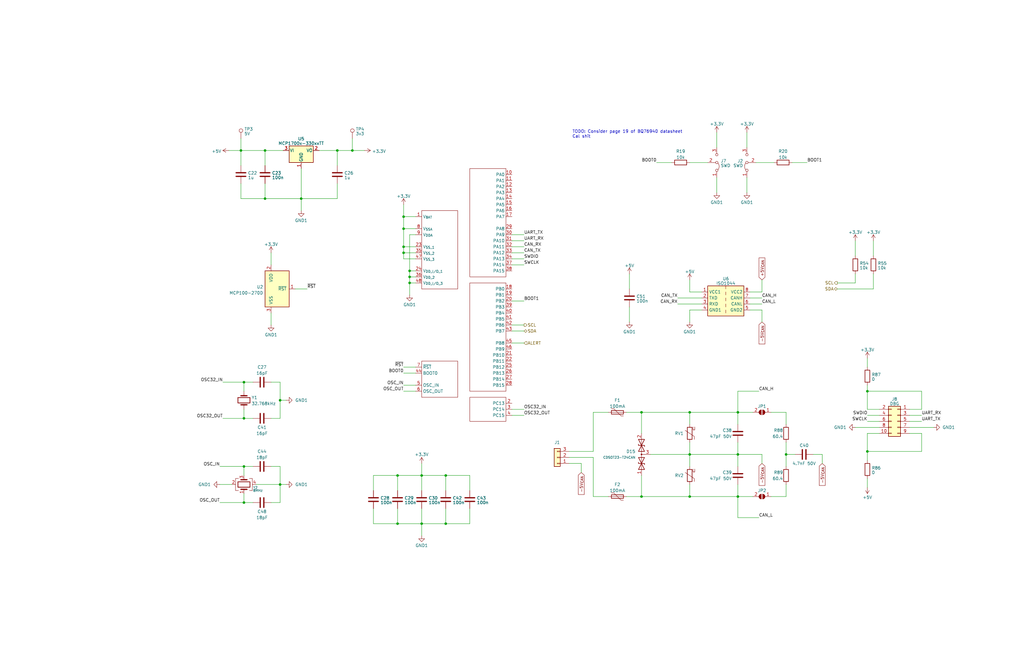
<source format=kicad_sch>
(kicad_sch (version 20230121) (generator eeschema)
  (paper "B")
  (junction (at 311.15 173.99))
  (junction (at 127 83.82))
  (junction (at 177.8 220.98))
  (junction (at 311.15 191.77))
  (junction (at 142.24 63.5))
  (junction (at 102.87 161.29))
  (junction (at 102.87 176.53))
  (junction (at 172.72 116.84))
  (junction (at 102.87 212.09))
  (junction (at 270.51 173.99))
  (junction (at 331.47 191.77))
  (junction (at 170.18 91.44))
  (junction (at 290.83 173.99))
  (junction (at 170.18 104.14))
  (junction (at 187.96 220.98))
  (junction (at 102.87 196.85))
  (junction (at 177.8 200.66))
  (junction (at 167.64 220.98))
  (junction (at 170.18 96.52))
  (junction (at 290.83 209.55))
  (junction (at 148.59 63.5))
  (junction (at 118.11 204.47))
  (junction (at 172.72 119.38))
  (junction (at 365.76 165.1))
  (junction (at 111.76 83.82))
  (junction (at 290.83 191.77))
  (junction (at 101.6 63.5))
  (junction (at 118.11 168.91))
  (junction (at 111.76 63.5))
  (junction (at 270.51 209.55))
  (junction (at 172.72 114.3))
  (junction (at 365.76 190.5))
  (junction (at 167.64 200.66))
  (junction (at 311.15 209.55))
  (junction (at 187.96 200.66))
  (junction (at 170.18 106.68))
  (wire (pts (xy 102.87 176.53) (xy 106.68 176.53)))
  (wire (pts (xy 118.11 196.85) (xy 118.11 204.47)))
  (wire (pts (xy 270.51 209.55) (xy 290.83 209.55)))
  (wire (pts (xy 142.24 77.47) (xy 142.24 83.82)))
  (wire (pts (xy 331.47 173.99) (xy 325.12 173.99)))
  (wire (pts (xy 302.26 55.88) (xy 302.26 62.23)))
  (wire (pts (xy 383.54 177.8) (xy 388.62 177.8)))
  (wire (pts (xy 187.96 220.98) (xy 187.96 214.63)))
  (wire (pts (xy 295.91 128.27) (xy 285.75 128.27)))
  (wire (pts (xy 250.19 173.99) (xy 256.54 173.99)))
  (wire (pts (xy 383.54 172.72) (xy 388.62 172.72)))
  (wire (pts (xy 365.76 182.88) (xy 365.76 190.5)))
  (wire (pts (xy 368.3 101.6) (xy 368.3 107.95)))
  (wire (pts (xy 295.91 125.73) (xy 285.75 125.73)))
  (wire (pts (xy 331.47 204.47) (xy 331.47 209.55)))
  (wire (pts (xy 311.15 204.47) (xy 311.15 209.55)))
  (wire (pts (xy 311.15 165.1) (xy 311.15 173.99)))
  (wire (pts (xy 198.12 220.98) (xy 198.12 214.63)))
  (wire (pts (xy 368.3 115.57) (xy 368.3 121.92)))
  (wire (pts (xy 172.72 119.38) (xy 172.72 116.84)))
  (wire (pts (xy 118.11 176.53) (xy 118.11 168.91)))
  (wire (pts (xy 331.47 209.55) (xy 325.12 209.55)))
  (wire (pts (xy 92.71 212.09) (xy 102.87 212.09)))
  (wire (pts (xy 250.19 209.55) (xy 256.54 209.55)))
  (wire (pts (xy 353.06 121.92) (xy 368.3 121.92)))
  (wire (pts (xy 102.87 165.1) (xy 102.87 161.29)))
  (wire (pts (xy 311.15 173.99) (xy 317.5 173.99)))
  (wire (pts (xy 220.98 172.72) (xy 215.9 172.72)))
  (wire (pts (xy 170.18 165.1) (xy 175.26 165.1)))
  (wire (pts (xy 172.72 116.84) (xy 175.26 116.84)))
  (wire (pts (xy 290.83 68.58) (xy 298.45 68.58)))
  (wire (pts (xy 111.76 63.5) (xy 119.38 63.5)))
  (wire (pts (xy 365.76 151.13) (xy 365.76 154.94)))
  (wire (pts (xy 388.62 182.88) (xy 383.54 182.88)))
  (wire (pts (xy 340.36 68.58) (xy 334.01 68.58)))
  (wire (pts (xy 170.18 96.52) (xy 170.18 104.14)))
  (wire (pts (xy 321.31 123.19) (xy 316.23 123.19)))
  (wire (pts (xy 167.64 200.66) (xy 167.64 207.01)))
  (wire (pts (xy 331.47 191.77) (xy 335.28 191.77)))
  (wire (pts (xy 92.71 196.85) (xy 102.87 196.85)))
  (wire (pts (xy 388.62 182.88) (xy 388.62 190.5)))
  (wire (pts (xy 167.64 214.63) (xy 167.64 220.98)))
  (wire (pts (xy 365.76 162.56) (xy 365.76 165.1)))
  (wire (pts (xy 388.62 165.1) (xy 388.62 172.72)))
  (wire (pts (xy 102.87 200.66) (xy 102.87 196.85)))
  (wire (pts (xy 111.76 63.5) (xy 111.76 69.85)))
  (wire (pts (xy 198.12 200.66) (xy 187.96 200.66)))
  (wire (pts (xy 250.19 193.04) (xy 240.03 193.04)))
  (wire (pts (xy 331.47 186.69) (xy 331.47 191.77)))
  (wire (pts (xy 172.72 114.3) (xy 175.26 114.3)))
  (wire (pts (xy 118.11 161.29) (xy 118.11 168.91)))
  (wire (pts (xy 170.18 157.48) (xy 175.26 157.48)))
  (wire (pts (xy 170.18 104.14) (xy 170.18 106.68)))
  (wire (pts (xy 311.15 209.55) (xy 317.5 209.55)))
  (wire (pts (xy 316.23 128.27) (xy 321.31 128.27)))
  (wire (pts (xy 157.48 214.63) (xy 157.48 220.98)))
  (wire (pts (xy 170.18 162.56) (xy 175.26 162.56)))
  (wire (pts (xy 118.11 212.09) (xy 118.11 204.47)))
  (wire (pts (xy 265.43 115.57) (xy 265.43 121.92)))
  (wire (pts (xy 360.68 180.34) (xy 370.84 180.34)))
  (wire (pts (xy 311.15 173.99) (xy 311.15 179.07)))
  (wire (pts (xy 102.87 161.29) (xy 106.68 161.29)))
  (wire (pts (xy 101.6 77.47) (xy 101.6 83.82)))
  (wire (pts (xy 172.72 99.06) (xy 175.26 99.06)))
  (wire (pts (xy 177.8 220.98) (xy 177.8 226.06)))
  (wire (pts (xy 245.11 199.39) (xy 245.11 195.58)))
  (wire (pts (xy 114.3 106.68) (xy 114.3 111.76)))
  (wire (pts (xy 290.83 130.81) (xy 295.91 130.81)))
  (wire (pts (xy 114.3 212.09) (xy 118.11 212.09)))
  (wire (pts (xy 187.96 220.98) (xy 198.12 220.98)))
  (wire (pts (xy 311.15 186.69) (xy 311.15 191.77)))
  (wire (pts (xy 346.71 191.77) (xy 342.9 191.77)))
  (wire (pts (xy 215.9 137.16) (xy 220.98 137.16)))
  (wire (pts (xy 167.64 220.98) (xy 177.8 220.98)))
  (wire (pts (xy 172.72 119.38) (xy 172.72 124.46)))
  (wire (pts (xy 250.19 193.04) (xy 250.19 209.55)))
  (wire (pts (xy 102.87 212.09) (xy 106.68 212.09)))
  (wire (pts (xy 290.83 135.89) (xy 290.83 130.81)))
  (wire (pts (xy 172.72 114.3) (xy 172.72 99.06)))
  (wire (pts (xy 167.64 200.66) (xy 177.8 200.66)))
  (wire (pts (xy 365.76 175.26) (xy 370.84 175.26)))
  (wire (pts (xy 177.8 214.63) (xy 177.8 220.98)))
  (wire (pts (xy 215.9 101.6) (xy 220.98 101.6)))
  (wire (pts (xy 314.96 62.23) (xy 314.96 55.88)))
  (wire (pts (xy 331.47 191.77) (xy 331.47 196.85)))
  (wire (pts (xy 321.31 118.11) (xy 321.31 123.19)))
  (wire (pts (xy 148.59 63.5) (xy 153.67 63.5)))
  (wire (pts (xy 111.76 77.47) (xy 111.76 83.82)))
  (wire (pts (xy 264.16 173.99) (xy 270.51 173.99)))
  (wire (pts (xy 157.48 200.66) (xy 157.48 207.01)))
  (wire (pts (xy 198.12 207.01) (xy 198.12 200.66)))
  (wire (pts (xy 383.54 175.26) (xy 388.62 175.26)))
  (wire (pts (xy 318.77 68.58) (xy 326.39 68.58)))
  (wire (pts (xy 290.83 191.77) (xy 274.32 191.77)))
  (wire (pts (xy 96.52 63.5) (xy 101.6 63.5)))
  (wire (pts (xy 331.47 179.07) (xy 331.47 173.99)))
  (wire (pts (xy 311.15 191.77) (xy 311.15 196.85)))
  (wire (pts (xy 220.98 127) (xy 215.9 127)))
  (wire (pts (xy 346.71 191.77) (xy 346.71 195.58)))
  (wire (pts (xy 311.15 191.77) (xy 321.31 191.77)))
  (wire (pts (xy 215.9 104.14) (xy 220.98 104.14)))
  (wire (pts (xy 365.76 190.5) (xy 365.76 194.31)))
  (wire (pts (xy 311.15 209.55) (xy 311.15 218.44)))
  (wire (pts (xy 101.6 63.5) (xy 101.6 69.85)))
  (wire (pts (xy 177.8 220.98) (xy 187.96 220.98)))
  (wire (pts (xy 114.3 161.29) (xy 118.11 161.29)))
  (wire (pts (xy 102.87 196.85) (xy 106.68 196.85)))
  (wire (pts (xy 365.76 165.1) (xy 365.76 172.72)))
  (wire (pts (xy 321.31 135.89) (xy 321.31 130.81)))
  (wire (pts (xy 142.24 63.5) (xy 148.59 63.5)))
  (wire (pts (xy 118.11 168.91) (xy 120.65 168.91)))
  (wire (pts (xy 270.51 173.99) (xy 290.83 173.99)))
  (wire (pts (xy 290.83 191.77) (xy 311.15 191.77)))
  (wire (pts (xy 215.9 111.76) (xy 220.98 111.76)))
  (wire (pts (xy 170.18 106.68) (xy 170.18 109.22)))
  (wire (pts (xy 102.87 208.28) (xy 102.87 212.09)))
  (wire (pts (xy 311.15 218.44) (xy 320.04 218.44)))
  (wire (pts (xy 170.18 91.44) (xy 170.18 96.52)))
  (wire (pts (xy 383.54 180.34) (xy 393.7 180.34)))
  (wire (pts (xy 170.18 96.52) (xy 175.26 96.52)))
  (wire (pts (xy 240.03 190.5) (xy 250.19 190.5)))
  (wire (pts (xy 240.03 195.58) (xy 245.11 195.58)))
  (wire (pts (xy 220.98 175.26) (xy 215.9 175.26)))
  (wire (pts (xy 290.83 186.69) (xy 290.83 191.77)))
  (wire (pts (xy 290.83 209.55) (xy 311.15 209.55)))
  (wire (pts (xy 93.98 176.53) (xy 102.87 176.53)))
  (wire (pts (xy 97.79 204.47) (xy 92.71 204.47)))
  (wire (pts (xy 321.31 130.81) (xy 316.23 130.81)))
  (wire (pts (xy 93.98 161.29) (xy 102.87 161.29)))
  (wire (pts (xy 265.43 129.54) (xy 265.43 135.89)))
  (wire (pts (xy 365.76 165.1) (xy 388.62 165.1)))
  (wire (pts (xy 167.64 200.66) (xy 157.48 200.66)))
  (wire (pts (xy 365.76 182.88) (xy 370.84 182.88)))
  (wire (pts (xy 177.8 200.66) (xy 177.8 207.01)))
  (wire (pts (xy 270.51 200.66) (xy 270.51 209.55)))
  (wire (pts (xy 124.46 121.92) (xy 129.54 121.92)))
  (wire (pts (xy 187.96 207.01) (xy 187.96 200.66)))
  (wire (pts (xy 175.26 154.94) (xy 170.18 154.94)))
  (wire (pts (xy 101.6 63.5) (xy 111.76 63.5)))
  (wire (pts (xy 290.83 173.99) (xy 311.15 173.99)))
  (wire (pts (xy 360.68 115.57) (xy 360.68 119.38)))
  (wire (pts (xy 264.16 209.55) (xy 270.51 209.55)))
  (wire (pts (xy 290.83 123.19) (xy 295.91 123.19)))
  (wire (pts (xy 276.86 68.58) (xy 283.21 68.58)))
  (wire (pts (xy 290.83 191.77) (xy 290.83 196.85)))
  (wire (pts (xy 365.76 172.72) (xy 370.84 172.72)))
  (wire (pts (xy 142.24 63.5) (xy 142.24 69.85)))
  (wire (pts (xy 127 83.82) (xy 142.24 83.82)))
  (wire (pts (xy 215.9 139.7) (xy 220.98 139.7)))
  (wire (pts (xy 215.9 106.68) (xy 220.98 106.68)))
  (wire (pts (xy 111.76 83.82) (xy 127 83.82)))
  (wire (pts (xy 170.18 106.68) (xy 175.26 106.68)))
  (wire (pts (xy 101.6 83.82) (xy 111.76 83.82)))
  (wire (pts (xy 148.59 58.42) (xy 148.59 63.5)))
  (wire (pts (xy 290.83 118.11) (xy 290.83 123.19)))
  (wire (pts (xy 170.18 109.22) (xy 175.26 109.22)))
  (wire (pts (xy 101.6 58.42) (xy 101.6 63.5)))
  (wire (pts (xy 215.9 109.22) (xy 220.98 109.22)))
  (wire (pts (xy 114.3 196.85) (xy 118.11 196.85)))
  (wire (pts (xy 270.51 173.99) (xy 270.51 182.88)))
  (wire (pts (xy 365.76 190.5) (xy 388.62 190.5)))
  (wire (pts (xy 118.11 204.47) (xy 120.65 204.47)))
  (wire (pts (xy 134.62 63.5) (xy 142.24 63.5)))
  (wire (pts (xy 172.72 116.84) (xy 172.72 114.3)))
  (wire (pts (xy 157.48 220.98) (xy 167.64 220.98)))
  (wire (pts (xy 250.19 190.5) (xy 250.19 173.99)))
  (wire (pts (xy 321.31 191.77) (xy 321.31 195.58)))
  (wire (pts (xy 316.23 125.73) (xy 321.31 125.73)))
  (wire (pts (xy 114.3 132.08) (xy 114.3 137.16)))
  (wire (pts (xy 187.96 200.66) (xy 177.8 200.66)))
  (wire (pts (xy 311.15 165.1) (xy 320.04 165.1)))
  (wire (pts (xy 365.76 201.93) (xy 365.76 205.74)))
  (wire (pts (xy 170.18 86.36) (xy 170.18 91.44)))
  (wire (pts (xy 302.26 74.93) (xy 302.26 81.28)))
  (wire (pts (xy 127 83.82) (xy 127 88.9)))
  (wire (pts (xy 215.9 144.78) (xy 220.98 144.78)))
  (wire (pts (xy 365.76 177.8) (xy 370.84 177.8)))
  (wire (pts (xy 290.83 204.47) (xy 290.83 209.55)))
  (wire (pts (xy 353.06 119.38) (xy 360.68 119.38)))
  (wire (pts (xy 114.3 176.53) (xy 118.11 176.53)))
  (wire (pts (xy 360.68 101.6) (xy 360.68 107.95)))
  (wire (pts (xy 314.96 74.93) (xy 314.96 81.28)))
  (wire (pts (xy 170.18 104.14) (xy 175.26 104.14)))
  (wire (pts (xy 170.18 91.44) (xy 175.26 91.44)))
  (wire (pts (xy 172.72 119.38) (xy 175.26 119.38)))
  (wire (pts (xy 102.87 172.72) (xy 102.87 176.53)))
  (wire (pts (xy 215.9 99.06) (xy 220.98 99.06)))
  (wire (pts (xy 177.8 195.58) (xy 177.8 200.66)))
  (wire (pts (xy 290.83 173.99) (xy 290.83 179.07)))
  (wire (pts (xy 127 71.12) (xy 127 83.82)))
  (wire (pts (xy 107.95 204.47) (xy 118.11 204.47)))
  (text "TODO: Consider page 19 of BQ76940 datasheet\nCal shit" (at 241.3 58.42 0) (effects (font (size 1.27 1.27)) (justify left bottom)))
  (label "CAN_L" (at 320.04 218.44 0))
  (label "UART_TX" (at 388.62 177.8 0))
  (label "OSC_IN" (at 170.18 162.56 180))
  (label "SWDIO" (at 365.76 175.26 180))
  (label "CAN_H" (at 321.31 125.73 0))
  (label "SWCLK" (at 365.76 177.8 180))
  (label "OSC_OUT" (at 170.18 165.1 180))
  (label "CAN_RX" (at 285.75 128.27 180))
  (label "SWCLK" (at 220.98 111.76 0))
  (label "BOOT1" (at 220.98 127 0))
  (label "OSC32_OUT" (at 220.98 175.26 0))
  (label "~{RST}" (at 170.18 154.94 180))
  (label "UART_TX" (at 220.98 99.06 0))
  (label "~{RST}" (at 129.54 121.92 0))
  (label "CAN_H" (at 320.04 165.1 0))
  (label "UART_RX" (at 220.98 101.6 0))
  (label "BOOT1" (at 340.36 68.58 0))
  (label "OSC32_OUT" (at 93.98 176.53 180))
  (label "OSC_IN" (at 92.71 196.85 180))
  (label "OSC32_IN" (at 93.98 161.29 180))
  (label "OSC_OUT" (at 92.71 212.09 180))
  (label "BOOT0" (at 170.18 157.48 180))
  (label "SWDIO" (at 220.98 109.22 0))
  (label "BOOT0" (at 276.86 68.58 180))
  (label "OSC32_IN" (at 220.98 172.72 0))
  (label "CAN_TX" (at 285.75 125.73 180))
  (label "CAN_RX" (at 220.98 104.14 0))
  (label "UART_RX" (at 388.62 175.26 0))
  (label "CAN_TX" (at 220.98 106.68 0))
  (label "CAN_L" (at 321.31 128.27 0))
  (global_label "-5V_{CAN}" (shape input) (at 346.71 195.58 270) (property "Intersheetrefs" "${INTERSHEET_REFS}" (effects hide)))
  (global_label "+5V_{CAN}" (shape input) (at 321.31 118.11 90) (property "Intersheetrefs" "${INTERSHEET_REFS}" (effects hide)))
  (global_label "-5V_{CAN}" (shape input) (at 245.11 199.39 270) (property "Intersheetrefs" "${INTERSHEET_REFS}" (effects hide)))
  (global_label "-5V_{CAN}" (shape input) (at 321.31 135.89 270) (property "Intersheetrefs" "${INTERSHEET_REFS}" (effects hide)))
  (global_label "-5V_{CAN}" (shape input) (at 321.31 195.58 270) (property "Intersheetrefs" "${INTERSHEET_REFS}" (effects hide)))
  (hierarchical_label "SCL" (shape output) (at 220.98 137.16 0))
  (hierarchical_label "ALERT" (shape input) (at 220.98 144.78 0))
  (hierarchical_label "SCL" (shape output) (at 353.06 119.38 180))
  (hierarchical_label "SDA" (shape bidirectional) (at 353.06 121.92 180))
  (hierarchical_label "SDA" (shape bidirectional) (at 220.98 139.7 0))
  (symbol (lib_id "Device:R") (at 287.02 68.58 90) (unit 1)
    (property "Reference" "R19" (at 287.02 63.8642 90))
    (property "Value" "10k" (at 287.02 66.4011 90))
    (property "Footprint" "Resistor_SMD:R_0603_1608Metric" (effects hide))
    (property "Datasheet" "https://www.mouser.com/datasheet/2/219/RK73H-1825326.pdf" (effects hide))
    (property "Mouser" "https://www.mouser.com/ProductDetail/KOA-Speer/RK73H1JTTD1002F?qs=sGAEpiMZZMtlubZbdhIBINkEv%252BGnJSJCzf6arQIEEEA%3D" (effects hide))
    (property "Part Number" "RK73H1JTTD1002F" (effects hide))
    (property "Rating" "100mW" (effects hide))
  )
  (symbol (lib_id "qtech:CH32V203CxT6") (at 205.74 93.98 0) (unit 1)
    (property "Reference" "U3" (effects hide))
    (property "Value" "CH32V203CxT6" (effects hide))
    (property "Footprint" "Package_QFP:LQFP-48_7x7mm_P0.5mm" (effects hide))
    (property "Datasheet" "http://www.wch-ic.com/downloads/file/354.html" (effects hide))
    (property "Mouser" "-" (effects hide))
    (property "Part Number" "CH32V203C8T6" (effects hide))
  )
  (symbol (lib_id "Device:Crystal") (at 102.87 168.91 90) (unit 1)
    (property "Reference" "Y1" (at 106.045 167.767 90) (effects (justify right)))
    (property "Value" "32.768kHz" (at 106.045 170.307 90) (effects (justify right)))
    (property "Footprint" "Crystal:Crystal_SMD_3215-2Pin_3.2x1.5mm" (effects hide))
    (property "Datasheet" "https://www.mouser.com/datasheet/2/3/ABS07AIG-3215092.pdf" (effects hide))
    (property "Mouser" "https://www.mouser.com/ProductDetail/ABRACON/ABS07AIG-32.768KHZ-T?qs=gG6m684uYP5oqwgXl1V4Jg%3D%3D" (effects hide))
    (property "Part Number" "ABS07AIG-32.768KHZ-T" (effects hide))
  )
  (symbol (lib_id "power:GND1") (at 92.71 204.47 270) (unit 1)
    (property "Reference" "#PWR016" (effects hide))
    (property "Value" "GND1" (at 88.9 204.47 90) (effects (justify right)))
  )
  (symbol (lib_id "power:GND1") (at 127 88.9 0) (unit 1)
    (property "Reference" "#PWR010" (effects hide))
    (property "Value" "GND1" (at 127 93.0355 0))
    (instances (project "bms" (path "" (reference "#PWR010") (unit 1)) (path "" (reference "#PWR020") (unit 1))))
  )
  (symbol (lib_id "Device:C") (at 265.43 125.73 0) (unit 1)
    (property "Reference" "C51" (at 268.351 125.0863 0) (effects (justify left)))
    (property "Value" "100n" (at 268.351 127.0073 0) (effects (justify left)))
    (property "Footprint" "Capacitor_SMD:C_0603_1608Metric" (effects hide))
    (property "Datasheet" "https://www.mouser.com/datasheet/2/40/X7RDielectric-2943470.pdf" (effects hide))
    (property "Mouser" "https://www.mouser.com/ProductDetail/KYOCERA-AVX/06035C104KAT2A?qs=sGAEpiMZZMs7ZEmUmaUL07F2qgI%252BUofJK2BrtL3gRPE%3D" (effects hide))
    (property "Part Number" "06035C104KAT2A" (effects hide))
    (property "Rating" "50V" (effects hide))
  )
  (symbol (lib_id "Connector:TestPoint") (at 148.59 58.42 0) (unit 1)
    (property "Reference" "TP4" (at 149.987 54.4743 0) (effects (justify left)))
    (property "Value" "3v3" (at 149.987 56.3953 0) (effects (justify left)))
    (property "Footprint" "TestPoint:TestPoint_Pad_D1.5mm" (effects hide))
  )
  (symbol (lib_id "power:GND1") (at 393.7 180.34 90) (unit 1)
    (property "Reference" "#PWR010" (effects hide))
    (property "Value" "GND1" (at 400.05 180.34 90))
    (instances (project "bms" (path "" (reference "#PWR010") (unit 1)) (path "" (reference "#PWR051") (unit 1))))
  )
  (symbol (lib_id "Device:R") (at 368.3 111.76 180) (unit 1)
    (property "Reference" "R55" (at 370.078 111.1163 0) (effects (justify right)))
    (property "Value" "10k" (at 370.078 113.0373 0) (effects (justify right)))
    (property "Footprint" "Resistor_SMD:R_0603_1608Metric" (effects hide))
    (property "Datasheet" "https://www.mouser.com/datasheet/2/219/RK73H-1825326.pdf" (effects hide))
    (property "Mouser" "https://www.mouser.com/ProductDetail/KOA-Speer/RK73H1JTTD1002F?qs=sGAEpiMZZMtlubZbdhIBINkEv%252BGnJSJCzf6arQIEEEA%3D" (effects hide))
    (property "Part Number" "RK73H1JTTD1002F" (effects hide))
    (property "Rating" "100mW" (effects hide))
  )
  (symbol (lib_id "Device:C") (at 167.64 210.82 0) (unit 1)
    (property "Reference" "C29" (at 170.561 210.1763 0) (effects (justify left)))
    (property "Value" "100n" (at 170.561 212.0973 0) (effects (justify left)))
    (property "Footprint" "Capacitor_SMD:C_0603_1608Metric" (effects hide))
    (property "Datasheet" "https://www.mouser.com/datasheet/2/40/X7RDielectric-2943470.pdf" (effects hide))
    (property "Mouser" "https://www.mouser.com/ProductDetail/KYOCERA-AVX/06035C104KAT2A?qs=sGAEpiMZZMs7ZEmUmaUL07F2qgI%252BUofJK2BrtL3gRPE%3D" (effects hide))
    (property "Part Number" "06035C104KAT2A" (effects hide))
    (property "Rating" "50V" (effects hide))
  )
  (symbol (lib_id "Device:Crystal_GND24") (at 102.87 204.47 90) (unit 1)
    (property "Reference" "Y2" (at 106.68 205.74 90) (effects (font (size 1 1)) (justify right)))
    (property "Value" "8MHz" (at 106.68 207.01 90) (effects (font (size 1 1)) (justify right)))
    (property "Footprint" "Crystal:Crystal_SMD_Abracon_ABM3C-4Pin_5.0x3.2mm" (effects hide))
    (property "Datasheet" "https://www.mouser.com/datasheet/2/3/ABM3BAIG-1608910.pdf" (effects hide))
    (property "Mouser" "https://www.mouser.com/ProductDetail/ABRACON/ABM3BAIG-8.000MHZ-1Z-T?qs=uwxL4vQweFMtl1NAFNP1Qg%3D%3D" (effects hide))
    (property "Part Number" "ABM3BAIG-8.000MHZ-1Z-T" (effects hide))
  )
  (symbol (lib_id "qtech:CH32V203CxT6") (at 205.74 142.24 0) (unit 2)
    (property "Reference" "U3" (effects hide))
    (property "Value" "CH32V203CxT6" (effects hide))
    (property "Footprint" "Package_QFP:LQFP-48_7x7mm_P0.5mm" (effects hide))
    (property "Datasheet" "http://www.wch-ic.com/downloads/file/354.html" (effects hide))
    (property "Mouser" "-" (effects hide))
    (property "Part Number" "CH32V203C8T6" (effects hide))
  )
  (symbol (lib_id "Regulator_Linear:MCP1700x-330xxTT") (at 127 63.5 0) (unit 1)
    (property "Reference" "U5" (at 127 58.5851 0))
    (property "Value" "MCP1700x-330xxTT" (at 127 60.5061 0))
    (property "Footprint" "Package_TO_SOT_SMD:SOT-23" (effects hide))
    (property "Datasheet" "http://ww1.microchip.com/downloads/en/DeviceDoc/20001826D.pdf" (effects hide))
    (property "Mouser" "https://www.mouser.com/ProductDetail/Microchip-Technology/MCP1700T-3302E-TT?qs=fM4xO01eazPmCNDrdHEdaw%3D%3D" (effects hide))
    (property "Part Number" "MCP1700T-3302E/TT " (effects hide))
  )
  (symbol (lib_id "power:GND1") (at 302.26 81.28 0) (unit 1)
    (property "Reference" "#PWR010" (effects hide))
    (property "Value" "GND1" (at 302.26 85.4155 0))
    (instances (project "bms" (path "" (reference "#PWR010") (unit 1)) (path "" (reference "#PWR022") (unit 1))))
  )
  (symbol (lib_id "qtech:CH32V203CxT6") (at 185.42 106.68 0) (unit 5)
    (property "Reference" "U3" (effects hide))
    (property "Value" "CH32V203CxT6" (effects hide))
    (property "Footprint" "Package_QFP:LQFP-48_7x7mm_P0.5mm" (effects hide))
    (property "Datasheet" "http://www.wch-ic.com/downloads/file/354.html" (effects hide))
    (property "Mouser" "-" (effects hide))
    (property "Part Number" "CH32V203C8T6" (effects hide))
  )
  (symbol (lib_id "Jumper:SolderJumper_2_Open") (at 321.31 173.99 0) (mirror y) (unit 1) (in_bom no)
    (property "Reference" "JP1" (at 321.31 171.45 0))
    (property "Value" "SolderJumper_2_Open" (effects hide))
    (property "Footprint" "Jumper:SolderJumper-2_P1.3mm_Open_RoundedPad1.0x1.5mm" (effects hide))
    (instances (project "bms" (path "" (reference "JP1") (unit 1))) (project "bcu" (path "" (reference "JP?") (unit 1)) (path "" (reference "JP3") (unit 1))))
  )
  (symbol (lib_id "Device:C") (at 110.49 196.85 90) (unit 1)
    (property "Reference" "C44" (at 110.49 190.5 90))
    (property "Value" "18pF" (at 110.49 193.04 90))
    (property "Footprint" "Capacitor_SMD:C_0402_1005Metric" (effects hide))
    (property "Datasheet" "https://www.mouser.com/datasheet/2/281/1/GCM1555C1H180JA16_01A-3141227.pdf" (effects hide))
    (property "Mouser" "https://www.mouser.com/ProductDetail/Murata-Electronics/GCM1555C1H180JA16D?qs=jDWTHf1mkXbaTEL17L%2FL8A%3D%3D" (effects hide))
    (property "Part Number" "GCM1555C1H180JA16D" (effects hide))
    (instances (project "bms" (path "" (reference "C44") (unit 1))) (project "bcu" (path "" (reference "C10") (unit 1))))
  )
  (symbol (lib_id "Device:C") (at 142.24 73.66 0) (unit 1)
    (property "Reference" "C26" (at 145.161 73.0163 0) (effects (justify left)))
    (property "Value" "1u" (at 145.161 74.9373 0) (effects (justify left)))
    (property "Footprint" "Capacitor_SMD:C_0603_1608Metric" (effects hide))
    (property "Datasheet" "https://www.mouser.com/datasheet/2/585/MLCC-1837944.pdf" (effects hide))
    (property "Mouser" "https://www.mouser.com/ProductDetail/Samsung-Electro-Mechanics/CL10B105KA8NNND?qs=sGAEpiMZZMs7ZEmUmaUL03JOSOi7G3a3Pbmf%252BVZ%2FyZWWNareYBTNVg%3D%3D" (effects hide))
    (property "Part Number" "CL10B105KA8NNND" (effects hide))
    (property "Rating" "25V" (effects hide))
  )
  (symbol (lib_id "Device:C") (at 311.15 182.88 0) (mirror y) (unit 1)
    (property "Reference" "C38" (at 308.61 181.61 0) (effects (justify left)))
    (property "Value" "47pF 50V" (at 308.61 184.15 0) (effects (justify left)))
    (property "Footprint" "Capacitor_SMD:C_0402_1005Metric" (effects hide))
    (property "Datasheet" "https://www.mouser.com/datasheet/2/281/1/GRT1555C1H470JA02_01A-3157872.pdf" (effects hide))
    (property "Mouser" "https://www.mouser.com/ProductDetail/Murata-Electronics/GRT1555C1H470JA02D?qs=qkDYIeTQ%252BEmwVxkhIB%2FZ%2Fg%3D%3D" (effects hide))
    (property "Part Number" "GRT1555C1H470JA02D" (effects hide))
    (instances (project "bms" (path "" (reference "C38") (unit 1))) (project "bcu" (path "" (reference "C?") (unit 1)) (path "" (reference "C21") (unit 1))))
  )
  (symbol (lib_id "Connector_Generic:Conn_02x05_Odd_Even") (at 378.46 177.8 0) (mirror y) (unit 1)
    (property "Reference" "J8" (at 377.19 168.4401 0))
    (property "Value" "DBG" (at 377.19 170.3611 0))
    (property "Footprint" "Connector_PinSocket_2.54mm:PinSocket_2x05_P2.54mm_Vertical" (effects hide))
  )
  (symbol (lib_id "Connector_Generic:Conn_01x03") (at 234.95 193.04 180) (unit 1)
    (property "Reference" "J1" (at 234.95 186.69 0))
    (property "Value" "Conn_01x03" (effects hide))
    (property "Footprint" "Connector_JST:JST_XA_S02B-XASK-1_1x02_P2.50mm_Horizontal" (effects hide))
    (instances (project "bms" (path "" (reference "J1") (unit 1))) (project "bcu" (path "" (reference "J3") (unit 1))))
  )
  (symbol (lib_id "power:+5V") (at 265.43 115.57 0) (unit 1)
    (property "Reference" "#PWR01" (effects hide))
    (property "Value" "+5V" (at 265.43 112.0681 0))
    (instances (project "bms" (path "" (reference "#PWR01") (unit 1)) (path "" (reference "#PWR040") (unit 1))))
  )
  (symbol (lib_id "qtech:CH32V203CxT6") (at 185.42 160.02 0) (unit 4)
    (property "Reference" "U3" (effects hide))
    (property "Value" "CH32V203CxT6" (effects hide))
    (property "Footprint" "Package_QFP:LQFP-48_7x7mm_P0.5mm" (effects hide))
    (property "Datasheet" "http://www.wch-ic.com/downloads/file/354.html" (effects hide))
    (property "Mouser" "-" (effects hide))
    (property "Part Number" "CH32V203C8T6" (effects hide))
  )
  (symbol (lib_id "power:+3.3V") (at 177.8 195.58 0) (unit 1)
    (property "Reference" "#PWR036" (effects hide))
    (property "Value" "+3.3V" (at 177.8 191.77 0))
  )
  (symbol (lib_id "power:GND1") (at 177.8 226.06 0) (unit 1)
    (property "Reference" "#PWR010" (effects hide))
    (property "Value" "GND1" (at 177.8 230.1955 0))
    (instances (project "bms" (path "" (reference "#PWR010") (unit 1)) (path "" (reference "#PWR015") (unit 1))))
  )
  (symbol (lib_id "Device:R") (at 331.47 200.66 0) (mirror y) (unit 1)
    (property "Reference" "R89" (at 330.2 199.39 0) (effects (justify left)))
    (property "Value" "60.4" (at 330.2 201.93 0) (effects (justify left)))
    (property "Footprint" "Resistor_SMD:R_0603_1608Metric" (effects hide))
    (property "Datasheet" "https://www.vishay.com/doc?20035" (effects hide))
    (property "Mouser" "https://www.mouser.com/ProductDetail/Vishay-Dale/CRCW060360R4FKEA?qs=6fyMJ9%2FiJ9KMVX8MBWVfDg%3D%3D" (effects hide))
    (property "Part Number" "CRCW060360R4FKEA" (effects hide))
    (instances (project "bms" (path "" (reference "R89") (unit 1))) (project "bcu" (path "" (reference "R?") (unit 1)) (path "" (reference "R9") (unit 1))))
  )
  (symbol (lib_id "power:+3.3V") (at 153.67 63.5 270) (unit 1)
    (property "Reference" "#PWR030" (effects hide))
    (property "Value" "+3.3V" (at 156.845 63.8168 90) (effects (justify left)))
  )
  (symbol (lib_id "power:+5V") (at 96.52 63.5 90) (unit 1)
    (property "Reference" "#PWR01" (effects hide))
    (property "Value" "+5V" (at 93.3451 63.8168 90) (effects (justify left)))
    (instances (project "bms" (path "" (reference "#PWR01") (unit 1)) (path "" (reference "#PWR031") (unit 1))))
  )
  (symbol (lib_id "power:GND1") (at 314.96 81.28 0) (unit 1)
    (property "Reference" "#PWR010" (effects hide))
    (property "Value" "GND1" (at 314.96 85.4155 0))
    (instances (project "bms" (path "" (reference "#PWR010") (unit 1)) (path "" (reference "#PWR024") (unit 1))))
  )
  (symbol (lib_id "Device:R") (at 360.68 111.76 180) (unit 1)
    (property "Reference" "R54" (at 362.458 111.1163 0) (effects (justify right)))
    (property "Value" "10k" (at 362.458 113.0373 0) (effects (justify right)))
    (property "Footprint" "Resistor_SMD:R_0603_1608Metric" (effects hide))
    (property "Datasheet" "https://www.mouser.com/datasheet/2/219/RK73H-1825326.pdf" (effects hide))
    (property "Mouser" "https://www.mouser.com/ProductDetail/KOA-Speer/RK73H1JTTD1002F?qs=sGAEpiMZZMtlubZbdhIBINkEv%252BGnJSJCzf6arQIEEEA%3D" (effects hide))
    (property "Part Number" "RK73H1JTTD1002F" (effects hide))
    (property "Rating" "100mW" (effects hide))
  )
  (symbol (lib_id "Jumper:Jumper_3_Bridged12") (at 302.26 68.58 270) (mirror x) (unit 1)
    (property "Reference" "J7" (at 303.8861 67.9363 90) (effects (justify left)))
    (property "Value" "SWD" (at 303.8861 69.8573 90) (effects (justify left)))
    (property "Footprint" "Jumper:SolderJumper-3_P1.3mm_Bridged12_RoundedPad1.0x1.5mm" (effects hide))
  )
  (symbol (lib_id "power:GND1") (at 114.3 137.16 0) (unit 1)
    (property "Reference" "#PWR010" (effects hide))
    (property "Value" "GND1" (at 114.3 141.2955 0))
    (instances (project "bms" (path "" (reference "#PWR010") (unit 1)) (path "" (reference "#PWR037") (unit 1))))
  )
  (symbol (lib_id "power:+3.3V") (at 302.26 55.88 0) (unit 1)
    (property "Reference" "#PWR021" (effects hide))
    (property "Value" "+3.3V" (at 302.26 52.3042 0))
  )
  (symbol (lib_id "Device:C") (at 101.6 73.66 0) (unit 1)
    (property "Reference" "C22" (at 104.521 73.0163 0) (effects (justify left)))
    (property "Value" "1u" (at 104.521 74.9373 0) (effects (justify left)))
    (property "Footprint" "Capacitor_SMD:C_0603_1608Metric" (effects hide))
    (property "Datasheet" "https://www.mouser.com/datasheet/2/585/MLCC-1837944.pdf" (effects hide))
    (property "Mouser" "https://www.mouser.com/ProductDetail/Samsung-Electro-Mechanics/CL10B105KA8NNND?qs=sGAEpiMZZMs7ZEmUmaUL03JOSOi7G3a3Pbmf%252BVZ%2FyZWWNareYBTNVg%3D%3D" (effects hide))
    (property "Part Number" "CL10B105KA8NNND" (effects hide))
    (property "Rating" "25V" (effects hide))
  )
  (symbol (lib_id "power:GND1") (at 172.72 124.46 0) (unit 1)
    (property "Reference" "#PWR010" (effects hide))
    (property "Value" "GND1" (at 172.72 128.5955 0))
    (instances (project "bms" (path "" (reference "#PWR010") (unit 1)) (path "" (reference "#PWR035") (unit 1))))
  )
  (symbol (lib_id "Device:C") (at 339.09 191.77 90) (mirror x) (unit 1)
    (property "Reference" "C40" (at 339.09 187.96 90))
    (property "Value" "4.7nF 50V" (at 339.09 195.58 90))
    (property "Footprint" "Capacitor_SMD:C_0402_1005Metric" (effects hide))
    (property "Datasheet" "https://www.mouser.com/datasheet/2/281/1/GCM155R72A472KA37_01A-3142478.pdf" (effects hide))
    (property "Mouser" "https://www.mouser.com/ProductDetail/Murata-Electronics/GCM155R72A472KA37D?qs=aEuGZpxfbxUdOQVE8GeD2Q%3D%3D" (effects hide))
    (property "Part Number" "GCM155R72A472KA37D" (effects hide))
    (instances (project "bms" (path "" (reference "C40") (unit 1))) (project "bcu" (path "" (reference "C?") (unit 1)) (path "" (reference "C24") (unit 1))))
  )
  (symbol (lib_id "Device:C") (at 198.12 210.82 0) (unit 1)
    (property "Reference" "C43" (at 201.041 210.1763 0) (effects (justify left)))
    (property "Value" "100n" (at 201.041 212.0973 0) (effects (justify left)))
    (property "Footprint" "Capacitor_SMD:C_0603_1608Metric" (effects hide))
    (property "Datasheet" "https://www.mouser.com/datasheet/2/40/X7RDielectric-2943470.pdf" (effects hide))
    (property "Mouser" "https://www.mouser.com/ProductDetail/KYOCERA-AVX/06035C104KAT2A?qs=sGAEpiMZZMs7ZEmUmaUL07F2qgI%252BUofJK2BrtL3gRPE%3D" (effects hide))
    (property "Part Number" "06035C104KAT2A" (effects hide))
    (property "Rating" "50V" (effects hide))
  )
  (symbol (lib_id "power:+5V") (at 290.83 118.11 0) (unit 1)
    (property "Reference" "#PWR01" (effects hide))
    (property "Value" "+5V" (at 290.83 114.6081 0))
    (instances (project "bms" (path "" (reference "#PWR01") (unit 1)) (path "" (reference "#PWR042") (unit 1))))
  )
  (symbol (lib_id "power:+3.3V") (at 170.18 86.36 0) (unit 1)
    (property "Reference" "#PWR019" (effects hide))
    (property "Value" "+3.3V" (at 170.18 82.7842 0))
  )
  (symbol (lib_id "Device:Polyfuse") (at 260.35 209.55 270) (mirror x) (unit 1)
    (property "Reference" "F2" (at 260.35 204.47 90))
    (property "Value" "100mA" (at 260.35 207.01 90))
    (property "Footprint" "Fuse:Fuse_1206_3216Metric" (effects hide))
    (property "Datasheet" "https://www.mouser.com/datasheet/2/643/ds_CP_0ZTJ_series-1960408.pdf" (effects hide))
    (property "Mouser" "https://www.mouser.com/ProductDetail/Bel-Fuse/0ZTJ0010FF2E?qs=sPbYRqrBIVloRUc9cuHcrQ%3D%3D" (effects hide))
    (property "Part Number" "0ZTJ0010FF2E" (effects hide))
    (instances (project "bms" (path "" (reference "F2") (unit 1))) (project "bcu" (path "" (reference "F6") (unit 1))))
  )
  (symbol (lib_id "power:+3.3V") (at 114.3 106.68 0) (unit 1)
    (property "Reference" "#PWR017" (effects hide))
    (property "Value" "+3.3V" (at 114.3 103.1042 0))
  )
  (symbol (lib_id "Device:C") (at 110.49 212.09 90) (unit 1)
    (property "Reference" "C48" (at 110.49 215.9 90))
    (property "Value" "18pF" (at 110.49 218.44 90))
    (property "Footprint" "Capacitor_SMD:C_0402_1005Metric" (effects hide))
    (property "Datasheet" "https://www.mouser.com/datasheet/2/281/1/GCM1555C1H180JA16_01A-3141227.pdf" (effects hide))
    (property "Mouser" "https://www.mouser.com/ProductDetail/Murata-Electronics/GCM1555C1H180JA16D?qs=jDWTHf1mkXbaTEL17L%2FL8A%3D%3D" (effects hide))
    (property "Part Number" "GCM1555C1H180JA16D" (effects hide))
    (instances (project "bms" (path "" (reference "C48") (unit 1))) (project "bcu" (path "" (reference "C11") (unit 1))))
  )
  (symbol (lib_id "qtech:ISO1044") (at 306.07 125.73 0) (unit 1)
    (property "Reference" "U6" (at 306.07 117.6401 0))
    (property "Value" "ISO1044" (at 306.07 119.5611 0))
    (property "Footprint" "Package_SO:SOIC-8_3.9x4.9mm_P1.27mm" (effects hide))
    (property "Datasheet" "https://www.ti.com/lit/ds/symlink/iso1044.pdf" (effects hide))
    (property "Mouser" "https://www.mouser.com/ProductDetail/Texas-Instruments/ISO1044BD?qs=W%2FMpXkg%252BdQ6CUu0TGf8UTA%3D%3D" (effects hide))
    (property "Part Number" "ISO1044BD" (effects hide))
  )
  (symbol (lib_id "power:+3.3V") (at 314.96 55.88 0) (unit 1)
    (property "Reference" "#PWR023" (effects hide))
    (property "Value" "+3.3V" (at 314.96 52.3042 0))
  )
  (symbol (lib_id "power:+3.3V") (at 360.68 101.6 0) (unit 1)
    (property "Reference" "#PWR026" (effects hide))
    (property "Value" "+3.3V" (at 360.68 98.0242 0))
  )
  (symbol (lib_id "Device:R") (at 330.2 68.58 270) (unit 1)
    (property "Reference" "R20" (at 330.2 63.8642 90))
    (property "Value" "10k" (at 330.2 66.4011 90))
    (property "Footprint" "Resistor_SMD:R_0603_1608Metric" (effects hide))
    (property "Datasheet" "https://www.mouser.com/datasheet/2/219/RK73H-1825326.pdf" (effects hide))
    (property "Mouser" "https://www.mouser.com/ProductDetail/KOA-Speer/RK73H1JTTD1002F?qs=sGAEpiMZZMtlubZbdhIBINkEv%252BGnJSJCzf6arQIEEEA%3D" (effects hide))
    (property "Part Number" "RK73H1JTTD1002F" (effects hide))
    (property "Rating" "100mW" (effects hide))
  )
  (symbol (lib_id "power:GND1") (at 360.68 180.34 270) (unit 1)
    (property "Reference" "#PWR010" (effects hide))
    (property "Value" "GND1" (at 354.33 180.34 90))
    (instances (project "bms" (path "" (reference "#PWR010") (unit 1)) (path "" (reference "#PWR052") (unit 1))))
  )
  (symbol (lib_id "Device:Varistor") (at 290.83 182.88 180) (unit 1)
    (property "Reference" "RV1" (at 288.29 182.88 0) (effects (justify left)))
    (property "Value" "Varistor" (effects hide))
    (property "Footprint" "Resistor_SMD:R_1206_3216Metric" (effects hide))
    (property "Datasheet" "https://www.mouser.com/datasheet/2/54/avht_series-1773099.pdf" (effects hide))
    (property "Sim.Name" "kicad_builtin_varistor" (effects hide))
    (property "Sim.Device" "SUBCKT" (effects hide))
    (property "Sim.Pins" "1=A 2=B" (effects hide))
    (property "Sim.Params" "threshold=1k" (effects hide))
    (property "Sim.Library" "${KICAD7_SYMBOL_DIR}/Simulation_SPICE.sp" (effects hide))
    (property "Mouser" "https://www.mouser.com/ProductDetail/Bourns/AV14K1206201NIR1HT?qs=OlC7AqGiEDmYsye0rS80kA%3D%3D" (effects hide))
    (property "Part Number" "AV14K1206201NIR1HT" (effects hide))
  )
  (symbol (lib_id "Connector:TestPoint") (at 101.6 58.42 0) (unit 1)
    (property "Reference" "TP3" (at 102.997 54.4743 0) (effects (justify left)))
    (property "Value" "5V" (at 102.997 56.3953 0) (effects (justify left)))
    (property "Footprint" "TestPoint:TestPoint_Pad_D1.5mm" (effects hide))
  )
  (symbol (lib_id "Device:C") (at 111.76 73.66 0) (unit 1)
    (property "Reference" "C23" (at 114.681 73.0163 0) (effects (justify left)))
    (property "Value" "100n" (at 114.681 74.9373 0) (effects (justify left)))
    (property "Footprint" "Capacitor_SMD:C_0603_1608Metric" (effects hide))
    (property "Datasheet" "https://www.mouser.com/datasheet/2/40/X7RDielectric-2943470.pdf" (effects hide))
    (property "Mouser" "https://www.mouser.com/ProductDetail/KYOCERA-AVX/06035C104KAT2A?qs=sGAEpiMZZMs7ZEmUmaUL07F2qgI%252BUofJK2BrtL3gRPE%3D" (effects hide))
    (property "Part Number" "06035C104KAT2A" (effects hide))
    (property "Rating" "50V" (effects hide))
  )
  (symbol (lib_id "power:GND1") (at 290.83 135.89 0) (unit 1)
    (property "Reference" "#PWR010" (effects hide))
    (property "Value" "GND1" (at 290.83 140.0255 0))
    (instances (project "bms" (path "" (reference "#PWR010") (unit 1)) (path "" (reference "#PWR041") (unit 1))))
  )
  (symbol (lib_id "Device:R") (at 365.76 198.12 180) (unit 1)
    (property "Reference" "R86" (at 367.538 197.4763 0) (effects (justify right)))
    (property "Value" "0" (at 367.538 199.3973 0) (effects (justify right)))
    (property "Footprint" "Resistor_SMD:R_0201_0603Metric" (effects hide))
  )
  (symbol (lib_id "Jumper:SolderJumper_2_Open") (at 321.31 209.55 0) (mirror y) (unit 1) (in_bom no)
    (property "Reference" "JP2" (at 321.31 207.01 0))
    (property "Value" "SolderJumper_2_Open" (effects hide))
    (property "Footprint" "Jumper:SolderJumper-2_P1.3mm_Open_RoundedPad1.0x1.5mm" (effects hide))
    (instances (project "bms" (path "" (reference "JP2") (unit 1))) (project "bcu" (path "" (reference "JP?") (unit 1)) (path "" (reference "JP4") (unit 1))))
  )
  (symbol (lib_id "power:+3.3V") (at 365.76 151.13 0) (unit 1)
    (property "Reference" "#PWR049" (effects hide))
    (property "Value" "+3.3V" (at 365.76 147.6281 0))
  )
  (symbol (lib_id "Device:R") (at 365.76 158.75 180) (unit 1)
    (property "Reference" "R87" (at 367.538 158.1063 0) (effects (justify right)))
    (property "Value" "0" (at 367.538 160.0273 0) (effects (justify right)))
    (property "Footprint" "Resistor_SMD:R_0201_0603Metric" (effects hide))
  )
  (symbol (lib_id "qtech:CH32V203CxT6") (at 205.74 172.72 0) (unit 3)
    (property "Reference" "U3" (effects hide))
    (property "Value" "CH32V203CxT6" (effects hide))
    (property "Footprint" "Package_QFP:LQFP-48_7x7mm_P0.5mm" (effects hide))
    (property "Datasheet" "http://www.wch-ic.com/downloads/file/354.html" (effects hide))
    (property "Mouser" "-" (effects hide))
    (property "Part Number" "CH32V203C8T6" (effects hide))
  )
  (symbol (lib_id "Device:R") (at 331.47 182.88 0) (mirror y) (unit 1)
    (property "Reference" "R88" (at 330.2 181.61 0) (effects (justify left)))
    (property "Value" "60.4" (at 330.2 184.15 0) (effects (justify left)))
    (property "Footprint" "Resistor_SMD:R_0603_1608Metric" (effects hide))
    (property "Datasheet" "https://www.vishay.com/doc?20035" (effects hide))
    (property "Mouser" "https://www.mouser.com/ProductDetail/Vishay-Dale/CRCW060360R4FKEA?qs=6fyMJ9%2FiJ9KMVX8MBWVfDg%3D%3D" (effects hide))
    (property "Part Number" "CRCW060360R4FKEA" (effects hide))
    (instances (project "bms" (path "" (reference "R88") (unit 1))) (project "bcu" (path "" (reference "R?") (unit 1)) (path "" (reference "R8") (unit 1))))
  )
  (symbol (lib_id "power:+5V") (at 365.76 205.74 180) (unit 1)
    (property "Reference" "#PWR01" (effects hide))
    (property "Value" "+5V" (at 365.76 209.8755 0))
    (instances (project "bms" (path "" (reference "#PWR01") (unit 1)) (path "" (reference "#PWR047") (unit 1))))
  )
  (symbol (lib_id "Device:C") (at 157.48 210.82 0) (unit 1)
    (property "Reference" "C28" (at 160.401 210.1763 0) (effects (justify left)))
    (property "Value" "100n" (at 160.401 212.0973 0) (effects (justify left)))
    (property "Footprint" "Capacitor_SMD:C_0603_1608Metric" (effects hide))
    (property "Datasheet" "https://www.mouser.com/datasheet/2/40/X7RDielectric-2943470.pdf" (effects hide))
    (property "Mouser" "https://www.mouser.com/ProductDetail/KYOCERA-AVX/06035C104KAT2A?qs=sGAEpiMZZMs7ZEmUmaUL07F2qgI%252BUofJK2BrtL3gRPE%3D" (effects hide))
    (property "Part Number" "06035C104KAT2A" (effects hide))
    (property "Rating" "50V" (effects hide))
  )
  (symbol (lib_id "Device:C") (at 177.8 210.82 0) (unit 1)
    (property "Reference" "C30" (at 180.721 210.1763 0) (effects (justify left)))
    (property "Value" "100n" (at 180.721 212.0973 0) (effects (justify left)))
    (property "Footprint" "Capacitor_SMD:C_0603_1608Metric" (effects hide))
    (property "Datasheet" "https://www.mouser.com/datasheet/2/40/X7RDielectric-2943470.pdf" (effects hide))
    (property "Mouser" "https://www.mouser.com/ProductDetail/KYOCERA-AVX/06035C104KAT2A?qs=sGAEpiMZZMs7ZEmUmaUL07F2qgI%252BUofJK2BrtL3gRPE%3D" (effects hide))
    (property "Part Number" "06035C104KAT2A" (effects hide))
    (property "Rating" "50V" (effects hide))
  )
  (symbol (lib_id "Device:D_TVS_Dual_AAC") (at 270.51 191.77 90) (unit 1)
    (property "Reference" "D15" (at 267.97 190.5 90) (effects (justify left)))
    (property "Value" "CDSOT23-T24CAN" (at 267.97 193.04 90) (effects (font (size 1 1)) (justify left)))
    (property "Footprint" "Package_TO_SOT_SMD:SOT-23-3" (effects hide))
    (property "Datasheet" "https://www.mouser.com/datasheet/2/54/cdsot23_t24can_q-1534349.pdf" (effects hide))
    (property "Mouser" "https://www.mouser.com/ProductDetail/Bourns/CDSOT23-T24CAN-Q?qs=xhbEVWpZdWdLN7nyBILlNA%3D%3D" (effects hide))
    (property "Part Number" "CDSOT23-T24CAN-Q" (effects hide))
    (instances (project "bms" (path "" (reference "D15") (unit 1))) (project "bcu" (path "" (reference "D5") (unit 1))))
  )
  (symbol (lib_id "power:GND1") (at 265.43 135.89 0) (unit 1)
    (property "Reference" "#PWR010" (effects hide))
    (property "Value" "GND1" (at 265.43 140.0255 0))
    (instances (project "bms" (path "" (reference "#PWR010") (unit 1)) (path "" (reference "#PWR039") (unit 1))))
  )
  (symbol (lib_id "power:+3.3V") (at 368.3 101.6 0) (unit 1)
    (property "Reference" "#PWR027" (effects hide))
    (property "Value" "+3.3V" (at 368.3 98.0242 0))
  )
  (symbol (lib_id "Device:C") (at 187.96 210.82 0) (unit 1)
    (property "Reference" "C42" (at 190.881 210.1763 0) (effects (justify left)))
    (property "Value" "100n" (at 190.881 212.0973 0) (effects (justify left)))
    (property "Footprint" "Capacitor_SMD:C_0603_1608Metric" (effects hide))
    (property "Datasheet" "https://www.mouser.com/datasheet/2/40/X7RDielectric-2943470.pdf" (effects hide))
    (property "Mouser" "https://www.mouser.com/ProductDetail/KYOCERA-AVX/06035C104KAT2A?qs=sGAEpiMZZMs7ZEmUmaUL07F2qgI%252BUofJK2BrtL3gRPE%3D" (effects hide))
    (property "Part Number" "06035C104KAT2A" (effects hide))
    (property "Rating" "50V" (effects hide))
  )
  (symbol (lib_id "power:GND1") (at 120.65 168.91 90) (unit 1)
    (property "Reference" "#PWR018" (effects hide))
    (property "Value" "GND1" (at 124.46 168.91 90) (effects (justify right)))
  )
  (symbol (lib_id "Device:Polyfuse") (at 260.35 173.99 270) (mirror x) (unit 1)
    (property "Reference" "F1" (at 260.35 168.91 90))
    (property "Value" "100mA" (at 260.35 171.45 90))
    (property "Footprint" "Fuse:Fuse_1206_3216Metric" (effects hide))
    (property "Datasheet" "https://www.mouser.com/datasheet/2/643/ds_CP_0ZTJ_series-1960408.pdf" (effects hide))
    (property "Mouser" "https://www.mouser.com/ProductDetail/Bel-Fuse/0ZTJ0010FF2E?qs=sPbYRqrBIVloRUc9cuHcrQ%3D%3D" (effects hide))
    (property "Part Number" "0ZTJ0010FF2E" (effects hide))
    (instances (project "bms" (path "" (reference "F1") (unit 1))) (project "bcu" (path "" (reference "F5") (unit 1))))
  )
  (symbol (lib_id "Device:C") (at 311.15 200.66 0) (mirror y) (unit 1)
    (property "Reference" "C39" (at 308.61 199.39 0) (effects (justify left)))
    (property "Value" "47pF 50V" (at 308.61 201.93 0) (effects (justify left)))
    (property "Footprint" "Capacitor_SMD:C_0402_1005Metric" (effects hide))
    (property "Datasheet" "https://www.mouser.com/datasheet/2/281/1/GRT1555C1H470JA02_01A-3157872.pdf" (effects hide))
    (property "Mouser" "https://www.mouser.com/ProductDetail/Murata-Electronics/GRT1555C1H470JA02D?qs=qkDYIeTQ%252BEmwVxkhIB%2FZ%2Fg%3D%3D" (effects hide))
    (property "Part Number" "GRT1555C1H470JA02D" (effects hide))
    (instances (project "bms" (path "" (reference "C39") (unit 1))) (project "bcu" (path "" (reference "C?") (unit 1)) (path "" (reference "C22") (unit 1))))
  )
  (symbol (lib_id "Device:Varistor") (at 290.83 200.66 180) (unit 1)
    (property "Reference" "RV2" (at 288.29 200.66 0) (effects (justify left)))
    (property "Value" "Varistor" (effects hide))
    (property "Footprint" "Resistor_SMD:R_1206_3216Metric" (effects hide))
    (property "Datasheet" "https://www.mouser.com/datasheet/2/54/avht_series-1773099.pdf" (effects hide))
    (property "Sim.Name" "kicad_builtin_varistor" (effects hide))
    (property "Sim.Device" "SUBCKT" (effects hide))
    (property "Sim.Pins" "1=A 2=B" (effects hide))
    (property "Sim.Params" "threshold=1k" (effects hide))
    (property "Sim.Library" "${KICAD7_SYMBOL_DIR}/Simulation_SPICE.sp" (effects hide))
    (property "Mouser" "https://www.mouser.com/ProductDetail/Bourns/AV14K1206201NIR1HT?qs=OlC7AqGiEDmYsye0rS80kA%3D%3D" (effects hide))
    (property "Part Number" "AV14K1206201NIR1HT" (effects hide))
  )
  (symbol (lib_id "Device:C") (at 110.49 176.53 90) (unit 1)
    (property "Reference" "C41" (at 110.49 180.34 90))
    (property "Value" "16pF" (at 110.49 182.88 90))
    (property "Footprint" "Capacitor_SMD:C_0402_1005Metric" (effects hide))
    (property "Datasheet" "https://www.mouser.com/datasheet/2/281/1/GCM1555C1H180JA16_01A-3141227.pdf" (effects hide))
    (property "Mouser" "https://www.mouser.com/ProductDetail/Murata-Electronics/GCM1555C1H180JA16D?qs=jDWTHf1mkXbaTEL17L%2FL8A%3D%3D" (effects hide))
    (property "Part Number" "GCM1555C1H160JA16D" (effects hide))
    (instances (project "bms" (path "" (reference "C41") (unit 1))) (project "bcu" (path "" (reference "C9") (unit 1))))
  )
  (symbol (lib_id "Jumper:Jumper_3_Bridged12") (at 314.96 68.58 90) (unit 1)
    (property "Reference" "J2" (at 313.3339 67.9363 90) (effects (justify left)))
    (property "Value" "SWD" (at 313.3339 69.8573 90) (effects (justify left)))
    (property "Footprint" "Jumper:SolderJumper-3_P1.3mm_Bridged12_RoundedPad1.0x1.5mm" (effects hide))
  )
  (symbol (lib_id "Power_Supervisor:MCP100-270D") (at 116.84 121.92 0) (unit 1)
    (property "Reference" "U2" (at 110.998 121.0853 0) (effects (justify right)))
    (property "Value" "MCP100-270D" (at 110.998 123.6222 0) (effects (justify right)))
    (property "Footprint" "Package_TO_SOT_SMD:SOT-23" (effects hide))
    (property "Datasheet" "http://ww1.microchip.com/downloads/en/DeviceDoc/11187f.pdf" (effects hide))
    (property "Mouser" "https://www.mouser.com/ProductDetail/Microchip-Technology/MCP100T-270I-TT?qs=pLxBn7goZWxJWkMwUgtBiA%3D%3D" (effects hide))
    (property "Part Number" "MCP100T-270I/TT" (effects hide))
  )
  (symbol (lib_id "Device:C") (at 110.49 161.29 90) (unit 1)
    (property "Reference" "C27" (at 110.49 154.94 90))
    (property "Value" "16pF" (at 110.49 157.48 90))
    (property "Footprint" "Capacitor_SMD:C_0402_1005Metric" (effects hide))
    (property "Datasheet" "https://www.mouser.com/datasheet/2/281/1/GCM1555C1H180JA16_01A-3141227.pdf" (effects hide))
    (property "Mouser" "https://www.mouser.com/ProductDetail/Murata-Electronics/GCM1555C1H180JA16D?qs=jDWTHf1mkXbaTEL17L%2FL8A%3D%3D" (effects hide))
    (property "Part Number" "GCM1555C1H160JA16D" (effects hide))
    (instances (project "bms" (path "" (reference "C27") (unit 1))) (project "bcu" (path "" (reference "C8") (unit 1))))
  )
  (symbol (lib_id "power:GND1") (at 120.65 204.47 90) (unit 1)
    (property "Reference" "#PWR050" (effects hide))
    (property "Value" "GND1" (at 124.46 204.47 90) (effects (justify right)))
  )
)
</source>
